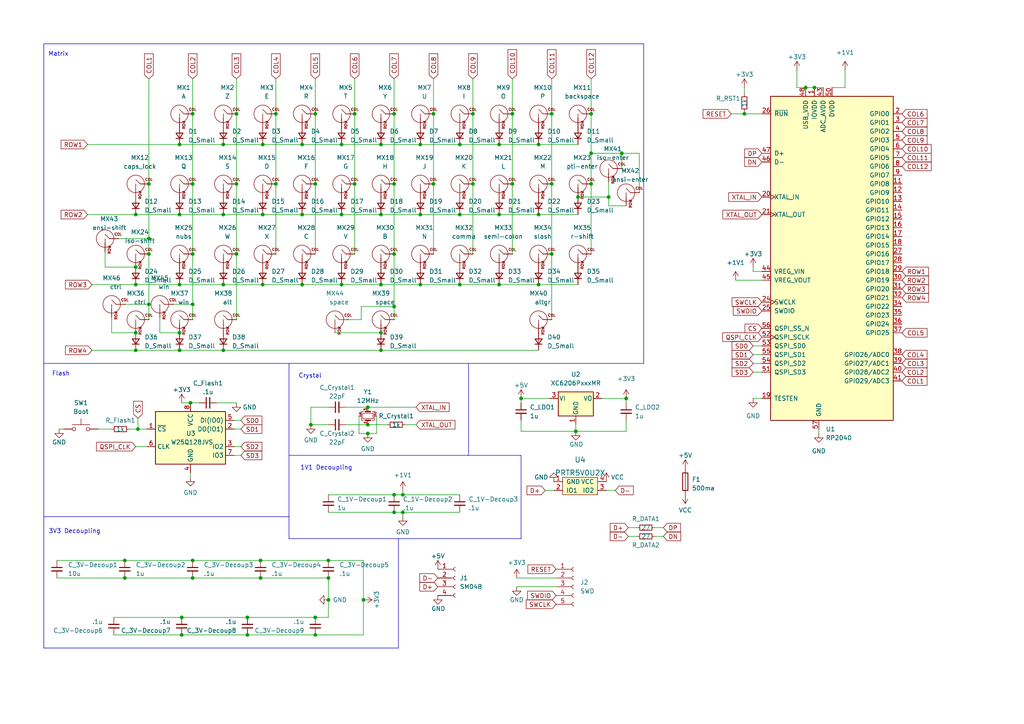
<source format=kicad_sch>
(kicad_sch (version 20230121) (generator eeschema)
  (paper "A4")
  (junction (at 171.45 53.34))
  (junction (at 167.64 57.15))
  (junction (at 55.88 33.02))
  (junction (at 75.565 167.64))
  (junction (at 43.18 69.215))
  (junction (at 114.3 148.59))
  (junction (at 55.88 162.56))
  (junction (at 68.58 53.34))
  (junction (at 39.37 96.52))
  (junction (at 80.01 33.02))
  (junction (at 106.68 125.73))
  (junction (at 52.07 62.23))
  (junction (at 160.02 73.66))
  (junction (at 91.44 33.02))
  (junction (at 99.06 41.91))
  (junction (at 110.49 101.6))
  (junction (at 91.44 179.07))
  (junction (at 171.45 44.45))
  (junction (at 52.705 184.15))
  (junction (at 39.37 62.23))
  (junction (at 110.49 96.52))
  (junction (at 87.63 82.55))
  (junction (at 233.68 25.4))
  (junction (at 121.92 82.55))
  (junction (at 156.21 41.91))
  (junction (at 148.59 33.02))
  (junction (at 40.005 124.46))
  (junction (at 133.35 62.23))
  (junction (at 80.01 53.34))
  (junction (at 116.84 143.51))
  (junction (at 110.49 41.91))
  (junction (at 95.25 162.56))
  (junction (at 121.92 41.91))
  (junction (at 52.705 179.07))
  (junction (at 52.07 101.6))
  (junction (at 156.21 82.55))
  (junction (at 180.34 44.45))
  (junction (at 52.07 41.91))
  (junction (at 64.77 62.23))
  (junction (at 176.53 57.15))
  (junction (at 114.3 53.34))
  (junction (at 95.25 167.64))
  (junction (at 102.87 53.34))
  (junction (at 68.58 73.66))
  (junction (at 55.245 116.84))
  (junction (at 114.3 33.02))
  (junction (at 64.77 101.6))
  (junction (at 167.005 125.095))
  (junction (at 87.63 62.23))
  (junction (at 236.22 25.4))
  (junction (at 71.755 184.15))
  (junction (at 106.68 118.11))
  (junction (at 36.195 167.64))
  (junction (at 91.44 53.34))
  (junction (at 114.3 73.66))
  (junction (at 39.37 101.6))
  (junction (at 55.88 167.64))
  (junction (at 76.2 41.91))
  (junction (at 215.9 33.02))
  (junction (at 55.88 53.34))
  (junction (at 133.35 82.55))
  (junction (at 156.21 62.23))
  (junction (at 110.49 62.23))
  (junction (at 43.18 73.66))
  (junction (at 99.06 62.23))
  (junction (at 144.78 82.55))
  (junction (at 87.63 41.91))
  (junction (at 55.88 88.265))
  (junction (at 121.92 62.23))
  (junction (at 68.58 33.02))
  (junction (at 171.45 33.02))
  (junction (at 39.37 82.55))
  (junction (at 52.07 82.55))
  (junction (at 105.41 173.99))
  (junction (at 125.73 53.34))
  (junction (at 114.3 143.51))
  (junction (at 43.18 53.34))
  (junction (at 137.16 53.34))
  (junction (at 116.84 148.59))
  (junction (at 114.3 88.9))
  (junction (at 43.18 88.265))
  (junction (at 181.61 115.57))
  (junction (at 106.68 123.19))
  (junction (at 99.06 82.55))
  (junction (at 64.77 41.91))
  (junction (at 71.755 179.07))
  (junction (at 148.59 53.34))
  (junction (at 133.35 41.91))
  (junction (at 64.77 82.55))
  (junction (at 39.37 77.47))
  (junction (at 160.02 33.02))
  (junction (at 75.565 162.56))
  (junction (at 90.17 123.19))
  (junction (at 36.195 162.56))
  (junction (at 95.25 173.99))
  (junction (at 137.16 33.02))
  (junction (at 91.44 184.15))
  (junction (at 151.13 115.57))
  (junction (at 102.87 33.02))
  (junction (at 125.73 33.02))
  (junction (at 110.49 82.55))
  (junction (at 52.07 96.52))
  (junction (at 76.2 82.55))
  (junction (at 55.88 73.66))
  (junction (at 144.78 62.23))
  (junction (at 76.2 62.23))
  (junction (at 160.02 53.34))
  (junction (at 144.78 41.91))
  (wire (pts (xy 28.575 124.46) (xy 32.385 124.46)))
  (wire (pts (xy 176.53 57.15) (xy 176.53 52.705)))
  (wire (pts (xy 91.44 22.86) (xy 91.44 33.02)))
  (wire (pts (xy 80.01 22.86) (xy 80.01 33.02)))
  (wire (pts (xy 76.2 62.23) (xy 87.63 62.23)))
  (wire (pts (xy 55.245 116.84) (xy 57.785 116.84)))
  (wire (pts (xy 43.18 69.215) (xy 43.18 73.66)))
  (wire (pts (xy 36.195 88.265) (xy 43.18 88.265)))
  (wire (pts (xy 114.3 143.51) (xy 116.84 143.51)))
  (wire (pts (xy 39.37 82.55) (xy 52.07 82.55)))
  (wire (pts (xy 36.195 167.64) (xy 55.88 167.64)))
  (wire (pts (xy 55.88 33.02) (xy 55.88 53.34)))
  (wire (pts (xy 91.44 33.02) (xy 91.44 53.34)))
  (wire (pts (xy 67.945 129.54) (xy 69.85 129.54)))
  (wire (pts (xy 64.77 82.55) (xy 76.2 82.55)))
  (wire (pts (xy 231.14 20.32) (xy 231.14 25.4)))
  (polyline (pts (xy 12.7 149.86) (xy 12.7 187.96)))
  (wire (pts (xy 100.965 92.71) (xy 104.775 92.71)))
  (wire (pts (xy 116.84 142.24) (xy 116.84 143.51)))
  (wire (pts (xy 189.865 155.575) (xy 192.405 155.575)))
  (wire (pts (xy 167.005 125.095) (xy 181.61 125.095)))
  (wire (pts (xy 39.37 129.54) (xy 42.545 129.54)))
  (polyline (pts (xy 115.57 187.96) (xy 115.57 156.21)))
  (wire (pts (xy 68.58 73.66) (xy 68.58 92.71)))
  (wire (pts (xy 167.64 57.15) (xy 176.53 57.15)))
  (wire (pts (xy 64.77 62.23) (xy 76.2 62.23)))
  (wire (pts (xy 25.4 41.91) (xy 52.07 41.91)))
  (wire (pts (xy 99.06 41.91) (xy 110.49 41.91)))
  (wire (pts (xy 43.18 22.86) (xy 43.18 53.34)))
  (wire (pts (xy 52.705 179.07) (xy 33.02 179.07)))
  (wire (pts (xy 176.53 59.69) (xy 176.53 57.15)))
  (wire (pts (xy 76.2 82.55) (xy 87.63 82.55)))
  (wire (pts (xy 104.775 92.71) (xy 104.775 88.9)))
  (wire (pts (xy 39.37 101.6) (xy 52.07 101.6)))
  (wire (pts (xy 149.86 167.64) (xy 161.29 167.64)))
  (wire (pts (xy 46.355 96.52) (xy 52.07 96.52)))
  (wire (pts (xy 185.42 44.45) (xy 180.34 44.45)))
  (wire (pts (xy 95.25 148.59) (xy 114.3 148.59)))
  (wire (pts (xy 40.005 124.46) (xy 42.545 124.46)))
  (wire (pts (xy 215.9 25.4) (xy 215.9 27.305)))
  (wire (pts (xy 160.02 73.66) (xy 160.02 92.71)))
  (wire (pts (xy 55.88 88.265) (xy 55.88 92.71)))
  (wire (pts (xy 148.59 33.02) (xy 148.59 53.34)))
  (wire (pts (xy 95.25 143.51) (xy 114.3 143.51)))
  (wire (pts (xy 151.13 115.57) (xy 159.385 115.57)))
  (wire (pts (xy 50.165 88.265) (xy 55.88 88.265)))
  (polyline (pts (xy 186.69 12.7) (xy 12.7 12.7)))
  (wire (pts (xy 100.33 118.11) (xy 106.68 118.11)))
  (wire (pts (xy 233.68 25.4) (xy 236.22 25.4)))
  (wire (pts (xy 46.355 92.075) (xy 46.355 96.52)))
  (wire (pts (xy 104.14 120.65) (xy 104.14 125.73)))
  (wire (pts (xy 189.865 153.035) (xy 192.405 153.035)))
  (wire (pts (xy 218.44 78.74) (xy 218.44 77.47)))
  (wire (pts (xy 151.13 115.57) (xy 151.13 116.84)))
  (wire (pts (xy 52.07 82.55) (xy 64.77 82.55)))
  (wire (pts (xy 110.49 62.23) (xy 121.92 62.23)))
  (wire (pts (xy 110.49 101.6) (xy 156.21 101.6)))
  (wire (pts (xy 55.88 73.66) (xy 55.88 88.265)))
  (wire (pts (xy 32.385 92.075) (xy 32.385 96.52)))
  (wire (pts (xy 97.155 96.52) (xy 110.49 96.52)))
  (polyline (pts (xy 12.7 105.41) (xy 186.69 105.41)))
  (wire (pts (xy 34.29 69.215) (xy 43.18 69.215)))
  (wire (pts (xy 241.3 25.4) (xy 245.11 25.4)))
  (wire (pts (xy 52.705 116.84) (xy 55.245 116.84)))
  (wire (pts (xy 68.58 53.34) (xy 68.58 73.66)))
  (wire (pts (xy 148.59 53.34) (xy 148.59 73.66)))
  (wire (pts (xy 181.61 115.57) (xy 181.61 116.84)))
  (wire (pts (xy 109.22 125.73) (xy 106.68 125.73)))
  (wire (pts (xy 99.06 62.23) (xy 110.49 62.23)))
  (wire (pts (xy 76.2 41.91) (xy 87.63 41.91)))
  (wire (pts (xy 67.945 132.08) (xy 69.85 132.08)))
  (wire (pts (xy 121.92 82.55) (xy 133.35 82.55)))
  (wire (pts (xy 215.9 33.02) (xy 220.98 33.02)))
  (wire (pts (xy 148.59 22.86) (xy 148.59 33.02)))
  (wire (pts (xy 80.01 33.02) (xy 80.01 53.34)))
  (wire (pts (xy 52.07 62.23) (xy 64.77 62.23)))
  (wire (pts (xy 104.775 88.9) (xy 114.3 88.9)))
  (wire (pts (xy 91.44 179.07) (xy 95.25 179.07)))
  (wire (pts (xy 218.44 100.33) (xy 220.98 100.33)))
  (wire (pts (xy 125.73 22.86) (xy 125.73 33.02)))
  (wire (pts (xy 99.06 82.55) (xy 110.49 82.55)))
  (wire (pts (xy 43.18 53.34) (xy 43.18 69.215)))
  (wire (pts (xy 133.35 82.55) (xy 144.78 82.55)))
  (wire (pts (xy 55.88 167.64) (xy 75.565 167.64)))
  (polyline (pts (xy 135.89 132.08) (xy 135.89 105.41)))
  (wire (pts (xy 151.13 125.095) (xy 167.005 125.095)))
  (wire (pts (xy 110.49 41.91) (xy 121.92 41.91)))
  (wire (pts (xy 137.16 33.02) (xy 137.16 53.34)))
  (wire (pts (xy 160.02 33.02) (xy 160.02 53.34)))
  (wire (pts (xy 171.45 44.45) (xy 171.45 53.34)))
  (wire (pts (xy 55.88 162.56) (xy 75.565 162.56)))
  (wire (pts (xy 87.63 41.91) (xy 99.06 41.91)))
  (wire (pts (xy 149.86 170.18) (xy 161.29 170.18)))
  (wire (pts (xy 174.625 115.57) (xy 181.61 115.57)))
  (wire (pts (xy 156.21 82.55) (xy 167.64 82.55)))
  (wire (pts (xy 181.61 59.69) (xy 176.53 59.69)))
  (wire (pts (xy 137.16 53.34) (xy 137.16 73.66)))
  (wire (pts (xy 26.67 101.6) (xy 39.37 101.6)))
  (wire (pts (xy 52.07 101.6) (xy 64.77 101.6)))
  (wire (pts (xy 52.705 184.15) (xy 33.02 184.15)))
  (wire (pts (xy 67.945 124.46) (xy 69.85 124.46)))
  (wire (pts (xy 100.33 123.19) (xy 106.68 123.19)))
  (wire (pts (xy 91.44 53.34) (xy 91.44 73.66)))
  (wire (pts (xy 43.18 88.265) (xy 43.18 92.71)))
  (wire (pts (xy 105.41 173.99) (xy 105.41 184.15)))
  (wire (pts (xy 105.41 184.15) (xy 91.44 184.15)))
  (wire (pts (xy 109.22 120.65) (xy 109.22 125.73)))
  (wire (pts (xy 87.63 82.55) (xy 99.06 82.55)))
  (polyline (pts (xy 83.82 156.21) (xy 151.13 156.21)))
  (polyline (pts (xy 12.7 105.41) (xy 12.7 149.86)))
  (wire (pts (xy 64.77 41.91) (xy 76.2 41.91)))
  (wire (pts (xy 106.68 123.19) (xy 112.395 123.19)))
  (wire (pts (xy 67.945 121.92) (xy 69.85 121.92)))
  (wire (pts (xy 68.58 33.02) (xy 68.58 53.34)))
  (wire (pts (xy 156.21 62.23) (xy 167.64 62.23)))
  (wire (pts (xy 16.51 167.64) (xy 36.195 167.64)))
  (wire (pts (xy 104.14 125.73) (xy 106.68 125.73)))
  (wire (pts (xy 218.44 105.41) (xy 220.98 105.41)))
  (polyline (pts (xy 12.7 12.7) (xy 12.7 105.41)))
  (wire (pts (xy 114.3 22.86) (xy 114.3 33.02)))
  (wire (pts (xy 116.84 148.59) (xy 116.84 149.86)))
  (wire (pts (xy 175.895 142.24) (xy 178.435 142.24)))
  (wire (pts (xy 171.45 53.34) (xy 171.45 73.66)))
  (wire (pts (xy 213.36 81.28) (xy 220.98 81.28)))
  (wire (pts (xy 39.37 62.23) (xy 52.07 62.23)))
  (wire (pts (xy 106.68 118.11) (xy 120.65 118.11)))
  (polyline (pts (xy 83.82 149.86) (xy 83.82 156.21)))
  (wire (pts (xy 117.475 123.19) (xy 120.65 123.19)))
  (wire (pts (xy 37.465 124.46) (xy 40.005 124.46)))
  (wire (pts (xy 102.87 53.34) (xy 102.87 73.66)))
  (wire (pts (xy 144.78 82.55) (xy 156.21 82.55)))
  (wire (pts (xy 167.005 123.19) (xy 167.005 125.095)))
  (wire (pts (xy 91.44 179.07) (xy 71.755 179.07)))
  (wire (pts (xy 114.3 53.34) (xy 114.3 73.66)))
  (wire (pts (xy 40.005 121.285) (xy 40.005 124.46)))
  (wire (pts (xy 245.11 25.4) (xy 245.11 20.32)))
  (wire (pts (xy 116.84 143.51) (xy 133.35 143.51)))
  (wire (pts (xy 71.755 179.07) (xy 52.705 179.07)))
  (wire (pts (xy 26.67 82.55) (xy 39.37 82.55)))
  (wire (pts (xy 110.49 82.55) (xy 121.92 82.55)))
  (wire (pts (xy 156.21 41.91) (xy 167.64 41.91)))
  (wire (pts (xy 180.34 48.895) (xy 180.34 44.45)))
  (wire (pts (xy 114.3 33.02) (xy 114.3 53.34)))
  (wire (pts (xy 231.14 25.4) (xy 233.68 25.4)))
  (wire (pts (xy 114.3 88.9) (xy 114.3 92.71)))
  (wire (pts (xy 158.115 142.24) (xy 160.655 142.24)))
  (polyline (pts (xy 83.82 132.08) (xy 135.89 132.08)))
  (wire (pts (xy 185.42 55.88) (xy 185.42 44.45)))
  (wire (pts (xy 133.35 62.23) (xy 144.78 62.23)))
  (wire (pts (xy 171.45 33.02) (xy 171.45 44.45)))
  (wire (pts (xy 151.13 121.92) (xy 151.13 125.095)))
  (wire (pts (xy 90.17 123.19) (xy 90.17 118.11)))
  (wire (pts (xy 218.44 102.87) (xy 220.98 102.87)))
  (wire (pts (xy 125.73 33.02) (xy 125.73 53.34)))
  (wire (pts (xy 55.245 137.16) (xy 55.245 138.43)))
  (wire (pts (xy 180.34 44.45) (xy 171.45 44.45)))
  (wire (pts (xy 36.195 162.56) (xy 55.88 162.56)))
  (wire (pts (xy 55.88 53.34) (xy 55.88 73.66)))
  (polyline (pts (xy 83.82 149.86) (xy 83.82 105.41)))
  (wire (pts (xy 160.02 22.86) (xy 160.02 33.02)))
  (wire (pts (xy 105.41 162.56) (xy 105.41 173.99)))
  (wire (pts (xy 32.385 96.52) (xy 39.37 96.52)))
  (wire (pts (xy 218.44 107.95) (xy 220.98 107.95)))
  (wire (pts (xy 218.44 115.57) (xy 220.98 115.57)))
  (wire (pts (xy 30.48 73.025) (xy 30.48 77.47)))
  (wire (pts (xy 75.565 162.56) (xy 95.25 162.56)))
  (wire (pts (xy 144.78 41.91) (xy 156.21 41.91)))
  (polyline (pts (xy 12.7 149.86) (xy 83.82 149.86)))
  (wire (pts (xy 114.3 73.66) (xy 114.3 88.9)))
  (polyline (pts (xy 186.69 105.41) (xy 186.69 12.7)))
  (wire (pts (xy 102.87 22.86) (xy 102.87 33.02)))
  (wire (pts (xy 30.48 77.47) (xy 39.37 77.47)))
  (wire (pts (xy 212.09 33.02) (xy 215.9 33.02)))
  (wire (pts (xy 25.4 62.23) (xy 39.37 62.23)))
  (wire (pts (xy 95.25 173.99) (xy 95.25 167.64)))
  (wire (pts (xy 114.3 148.59) (xy 116.84 148.59)))
  (polyline (pts (xy 12.7 187.96) (xy 115.57 187.96)))
  (wire (pts (xy 171.45 22.86) (xy 171.45 33.02)))
  (wire (pts (xy 116.84 148.59) (xy 133.35 148.59)))
  (wire (pts (xy 55.88 22.86) (xy 55.88 33.02)))
  (wire (pts (xy 144.78 62.23) (xy 156.21 62.23)))
  (wire (pts (xy 182.245 153.035) (xy 184.785 153.035)))
  (wire (pts (xy 68.58 22.86) (xy 68.58 33.02)))
  (wire (pts (xy 237.49 125.73) (xy 237.49 124.46)))
  (wire (pts (xy 121.92 41.91) (xy 133.35 41.91)))
  (wire (pts (xy 17.145 124.46) (xy 18.415 124.46)))
  (wire (pts (xy 62.865 116.84) (xy 68.58 116.84)))
  (wire (pts (xy 137.16 22.86) (xy 137.16 33.02)))
  (wire (pts (xy 90.17 123.19) (xy 95.25 123.19)))
  (wire (pts (xy 16.51 162.56) (xy 36.195 162.56)))
  (wire (pts (xy 64.77 101.6) (xy 110.49 101.6)))
  (wire (pts (xy 75.565 167.64) (xy 95.25 167.64)))
  (wire (pts (xy 95.25 162.56) (xy 105.41 162.56)))
  (wire (pts (xy 121.92 62.23) (xy 133.35 62.23)))
  (wire (pts (xy 182.245 155.575) (xy 184.785 155.575)))
  (polyline (pts (xy 151.13 132.08) (xy 135.89 132.08)))
  (wire (pts (xy 80.01 53.34) (xy 80.01 73.66)))
  (wire (pts (xy 95.25 179.07) (xy 95.25 173.99)))
  (wire (pts (xy 220.98 78.74) (xy 218.44 78.74)))
  (wire (pts (xy 236.22 25.4) (xy 238.76 25.4)))
  (wire (pts (xy 160.02 53.34) (xy 160.02 73.66)))
  (wire (pts (xy 133.35 41.91) (xy 144.78 41.91)))
  (wire (pts (xy 102.87 33.02) (xy 102.87 53.34)))
  (polyline (pts (xy 151.13 156.21) (xy 151.13 132.08)))
  (wire (pts (xy 90.17 118.11) (xy 95.25 118.11)))
  (wire (pts (xy 71.755 184.15) (xy 52.705 184.15)))
  (wire (pts (xy 43.18 73.66) (xy 43.18 88.265)))
  (wire (pts (xy 91.44 184.15) (xy 71.755 184.15)))
  (wire (pts (xy 87.63 62.23) (xy 99.06 62.23)))
  (wire (pts (xy 52.07 41.91) (xy 64.77 41.91)))
  (wire (pts (xy 215.9 32.385) (xy 215.9 33.02)))
  (wire (pts (xy 125.73 53.34) (xy 125.73 73.66)))
  (wire (pts (xy 181.61 125.095) (xy 181.61 121.92)))
  (text "Flash\n" (at 20.32 109.22 0) (effects (font (size 1.27 1.27)) (justify right bottom)))
  (text "1V1 Decoupling" (at 102.235 136.525 0) (effects (font (size 1.27 1.27)) (justify right bottom)))
  (text "Crystal\n" (at 93.345 109.855 0) (effects (font (size 1.27 1.27)) (justify right bottom)))
  (text "Matrix\n" (at 13.97 16.51 0) (effects (font (size 1.27 1.27)) (justify left bottom)))
  (text "3V3 Decoupling" (at 29.21 154.94 0) (effects (font (size 1.27 1.27)) (justify right bottom)))
  (global_label "COL3" (shape input) (at 68.58 22.86 90) (property "Intersheetrefs" "${INTERSHEET_REFS}" (effects hide)))
  (global_label "D+" (shape input) (at 182.245 153.035 180) (property "Intersheetrefs" "${INTERSHEET_REFS}" (effects hide)))
  (global_label "SD2" (shape input) (at 218.44 105.41 180) (property "Intersheetrefs" "${INTERSHEET_REFS}" (effects hide)))
  (global_label "COL5" (shape input) (at 261.62 96.52 0) (property "Intersheetrefs" "${INTERSHEET_REFS}" (effects hide)))
  (global_label "SWCLK" (shape input) (at 220.98 87.63 180) (property "Intersheetrefs" "${INTERSHEET_REFS}" (effects hide)))
  (global_label "SWCLK" (shape input) (at 161.29 175.26 180) (property "Intersheetrefs" "${INTERSHEET_REFS}" (effects hide)))
  (global_label "DP" (shape input) (at 220.98 44.45 180) (property "Intersheetrefs" "${INTERSHEET_REFS}" (effects hide)))
  (global_label "COL10" (shape input) (at 148.59 22.86 90) (property "Intersheetrefs" "${INTERSHEET_REFS}" (effects hide)))
  (global_label "COL2" (shape input) (at 261.62 107.95 0) (property "Intersheetrefs" "${INTERSHEET_REFS}" (effects hide)))
  (global_label "XTAL_OUT" (shape input) (at 220.98 62.23 180) (property "Intersheetrefs" "${INTERSHEET_REFS}" (effects hide)))
  (global_label "COL4" (shape input) (at 261.62 102.87 0) (property "Intersheetrefs" "${INTERSHEET_REFS}" (effects hide)))
  (global_label "ROW1" (shape input) (at 25.4 41.91 180) (property "Intersheetrefs" "${INTERSHEET_REFS}" (effects hide)))
  (global_label "D+" (shape input) (at 127 170.18 180) (property "Intersheetrefs" "${INTERSHEET_REFS}" (effects hide)))
  (global_label "D-" (shape input) (at 127 167.64 180) (property "Intersheetrefs" "${INTERSHEET_REFS}" (effects hide)))
  (global_label "COL9" (shape input) (at 137.16 22.86 90) (property "Intersheetrefs" "${INTERSHEET_REFS}" (effects hide)))
  (global_label "SD1" (shape input) (at 218.44 102.87 180) (property "Intersheetrefs" "${INTERSHEET_REFS}" (effects hide)))
  (global_label "ROW3" (shape input) (at 261.62 83.82 0) (property "Intersheetrefs" "${INTERSHEET_REFS}" (effects hide)))
  (global_label "COL12" (shape input) (at 261.62 48.26 0) (property "Intersheetrefs" "${INTERSHEET_REFS}" (effects hide)))
  (global_label "SD0" (shape input) (at 69.85 121.92 0) (property "Intersheetrefs" "${INTERSHEET_REFS}" (effects hide)))
  (global_label "COL7" (shape input) (at 261.62 35.56 0) (property "Intersheetrefs" "${INTERSHEET_REFS}" (effects hide)))
  (global_label "D+" (shape input) (at 158.115 142.24 180) (property "Intersheetrefs" "${INTERSHEET_REFS}" (effects hide)))
  (global_label "DN" (shape input) (at 220.98 46.99 180) (property "Intersheetrefs" "${INTERSHEET_REFS}" (effects hide)))
  (global_label "SD2" (shape input) (at 69.85 129.54 0) (property "Intersheetrefs" "${INTERSHEET_REFS}" (effects hide)))
  (global_label "COL4" (shape input) (at 80.01 22.86 90) (property "Intersheetrefs" "${INTERSHEET_REFS}" (effects hide)))
  (global_label "RESET" (shape input) (at 212.09 33.02 180) (property "Intersheetrefs" "${INTERSHEET_REFS}" (effects hide)))
  (global_label "COL11" (shape input) (at 261.62 45.72 0) (property "Intersheetrefs" "${INTERSHEET_REFS}" (effects hide)))
  (global_label "ROW2" (shape input) (at 25.4 62.23 180) (property "Intersheetrefs" "${INTERSHEET_REFS}" (effects hide)))
  (global_label "SD0" (shape input) (at 218.44 100.33 180) (property "Intersheetrefs" "${INTERSHEET_REFS}" (effects hide)))
  (global_label "COL2" (shape input) (at 55.88 22.86 90) (property "Intersheetrefs" "${INTERSHEET_REFS}" (effects hide)))
  (global_label "COL10" (shape input) (at 261.62 43.18 0) (property "Intersheetrefs" "${INTERSHEET_REFS}" (effects hide)))
  (global_label "COL1" (shape input) (at 261.62 110.49 0) (property "Intersheetrefs" "${INTERSHEET_REFS}" (effects hide)))
  (global_label "COL9" (shape input) (at 261.62 40.64 0) (property "Intersheetrefs" "${INTERSHEET_REFS}" (effects hide)))
  (global_label "COL7" (shape input) (at 114.3 22.86 90) (property "Intersheetrefs" "${INTERSHEET_REFS}" (effects hide)))
  (global_label "SWDIO" (shape input) (at 161.29 172.72 180) (property "Intersheetrefs" "${INTERSHEET_REFS}" (effects hide)))
  (global_label "COL11" (shape input) (at 160.02 22.86 90) (property "Intersheetrefs" "${INTERSHEET_REFS}" (effects hide)))
  (global_label "QSPI_CLK" (shape input) (at 220.98 97.79 180) (property "Intersheetrefs" "${INTERSHEET_REFS}" (effects hide)))
  (global_label "COL12" (shape input) (at 171.45 22.86 90) (property "Intersheetrefs" "${INTERSHEET_REFS}" (effects hide)))
  (global_label "ROW1" (shape input) (at 261.62 78.74 0) (property "Intersheetrefs" "${INTERSHEET_REFS}" (effects hide)))
  (global_label "COL8" (shape input) (at 261.62 38.1 0) (property "Intersheetrefs" "${INTERSHEET_REFS}" (effects hide)))
  (global_label "COL8" (shape input) (at 125.73 22.86 90) (property "Intersheetrefs" "${INTERSHEET_REFS}" (effects hide)))
  (global_label "ROW2" (shape input) (at 261.62 81.28 0) (property "Intersheetrefs" "${INTERSHEET_REFS}" (effects hide)))
  (global_label "SWDIO" (shape input) (at 220.98 90.17 180) (property "Intersheetrefs" "${INTERSHEET_REFS}" (effects hide)))
  (global_label "DP" (shape input) (at 192.405 153.035 0) (property "Intersheetrefs" "${INTERSHEET_REFS}" (effects hide)))
  (global_label "XTAL_OUT" (shape input) (at 120.65 123.19 0) (property "Intersheetrefs" "${INTERSHEET_REFS}" (effects hide)))
  (global_label "ROW4" (shape input) (at 26.67 101.6 180) (property "Intersheetrefs" "${INTERSHEET_REFS}" (effects hide)))
  (global_label "SD3" (shape input) (at 218.44 107.95 180) (property "Intersheetrefs" "${INTERSHEET_REFS}" (effects hide)))
  (global_label "COL6" (shape input) (at 102.87 22.86 90) (property "Intersheetrefs" "${INTERSHEET_REFS}" (effects hide)))
  (global_label "D-" (shape input) (at 178.435 142.24 0) (property "Intersheetrefs" "${INTERSHEET_REFS}" (effects hide)))
  (global_label "ROW4" (shape input) (at 261.62 86.36 0) (property "Intersheetrefs" "${INTERSHEET_REFS}" (effects hide)))
  (global_label "XTAL_IN" (shape input) (at 220.98 57.15 180) (property "Intersheetrefs" "${INTERSHEET_REFS}" (effects hide)))
  (global_label "COL1" (shape input) (at 43.18 22.86 90) (property "Intersheetrefs" "${INTERSHEET_REFS}" (effects hide)))
  (global_label "COL6" (shape input) (at 261.62 33.02 0) (property "Intersheetrefs" "${INTERSHEET_REFS}" (effects hide)))
  (global_label "CS" (shape input) (at 220.98 95.25 180) (property "Intersheetrefs" "${INTERSHEET_REFS}" (effects hide)))
  (global_label "ROW3" (shape input) (at 26.67 82.55 180) (property "Intersheetrefs" "${INTERSHEET_REFS}" (effects hide)))
  (global_label "RESET" (shape input) (at 161.29 165.1 180) (property "Intersheetrefs" "${INTERSHEET_REFS}" (effects hide)))
  (global_label "D-" (shape input) (at 182.245 155.575 180) (property "Intersheetrefs" "${INTERSHEET_REFS}" (effects hide)))
  (global_label "SD1" (shape input) (at 69.85 124.46 0) (property "Intersheetrefs" "${INTERSHEET_REFS}" (effects hide)))
  (global_label "QSPI_CLK" (shape input) (at 39.37 129.54 180) (property "Intersheetrefs" "${INTERSHEET_REFS}" (effects hide)))
  (global_label "CS" (shape input) (at 40.005 121.285 90) (property "Intersheetrefs" "${INTERSHEET_REFS}" (effects hide)))
  (global_label "COL3" (shape input) (at 261.62 105.41 0) (property "Intersheetrefs" "${INTERSHEET_REFS}" (effects hide)))
  (global_label "DN" (shape input) (at 192.405 155.575 0) (property "Intersheetrefs" "${INTERSHEET_REFS}" (effects hide)))
  (global_label "SD3" (shape input) (at 69.85 132.08 0) (property "Intersheetrefs" "${INTERSHEET_REFS}" (effects hide)))
  (global_label "COL5" (shape input) (at 91.44 22.86 90) (property "Intersheetrefs" "${INTERSHEET_REFS}" (effects hide)))
  (global_label "XTAL_IN" (shape input) (at 120.65 118.11 0) (property "Intersheetrefs" "${INTERSHEET_REFS}" (effects hide)))
  (symbol (lib_id "power:+5V") (at 127 165.1 0) (unit 1)
    (property "Reference" "#PWR0118" (effects hide))
    (property "Value" "+5V" (at 127 161.29 0))
  )
  (symbol (lib_id "Device:D_Small") (at 121.92 59.69 90) (unit 1)
    (property "Reference" "D19" (at 124.46 58.4199 90) (effects (justify right)))
    (property "Value" "D_Small" (at 124.46 60.9599 90) (effects (justify right)))
    (property "Footprint" "Diode_SMD:D_SOD-123" (effects hide))
  )
  (symbol (lib_id "power:GND") (at 17.145 124.46 0) (unit 1)
    (property "Reference" "#PWR0112" (effects hide))
    (property "Value" "GND" (at 17.145 128.27 0))
  )
  (symbol (lib_id "power:+3V3") (at 105.41 173.99 270) (unit 1)
    (property "Reference" "#PWR0128" (effects hide))
    (property "Value" "+3V3" (at 109.22 173.99 0))
  )
  (symbol (lib_name "VCC_1") (lib_id "power:VCC") (at 198.755 143.51 180) (unit 1)
    (property "Reference" "#PWR04" (effects hide))
    (property "Value" "VCC" (at 198.755 147.955 0))
  )
  (symbol (lib_id "Device:C_Small") (at 60.325 116.84 90) (unit 1)
    (property "Reference" "C_Flash1" (at 60.325 111.125 90))
    (property "Value" ".1u" (at 60.325 113.665 90))
    (property "Footprint" "Capacitor_SMD:C_0402_1005Metric" (effects hide))
  )
  (symbol (lib_name "GND_1") (lib_id "power:GND") (at 218.44 115.57 0) (unit 1)
    (property "Reference" "#PWR0104" (effects hide))
    (property "Value" "GND" (at 218.44 120.65 0))
  )
  (symbol (lib_id "Device:C_Small") (at 71.755 181.61 180) (unit 1)
    (property "Reference" "C_3V-Decoup8" (at 68.58 182.8738 0) (effects (justify left)))
    (property "Value" ".1u" (at 68.58 180.3338 0) (effects (justify left)))
    (property "Footprint" "Capacitor_SMD:C_0402_1005Metric" (effects hide))
  )
  (symbol (lib_id "lckprt:key_switch") (at 110.49 33.02 0) (unit 1)
    (property "Reference" "MX6" (at 111.6931 25.4 0))
    (property "Value" "Y" (at 111.6931 27.94 0))
    (property "Footprint" "parts:mx_1u" (effects hide))
  )
  (symbol (lib_id "Memory_Flash:W25Q128JVS") (at 55.245 127 0) (unit 1)
    (property "Reference" "U3" (at 53.975 125.73 0) (effects (justify left)))
    (property "Value" "W25Q128JVS" (at 49.53 128.27 0) (effects (justify left)))
    (property "Footprint" "Package_SO:SOIC-8_5.23x5.23mm_P1.27mm" (effects hide))
    (property "Datasheet" "http://www.winbond.com/resource-files/w25q128jv_dtr%20revc%2003272018%20plus.pdf" (effects hide))
  )
  (symbol (lib_id "lckprt:key_switch") (at 167.64 33.02 0) (unit 1)
    (property "Reference" "MX11" (at 168.8431 25.4 0))
    (property "Value" "backspace" (at 168.8431 27.94 0))
    (property "Footprint" "parts:mx_15u" (effects hide))
  )
  (symbol (lib_id "Device:D_Small") (at 64.77 59.69 90) (unit 1)
    (property "Reference" "D14" (at 67.31 58.4199 90) (effects (justify right)))
    (property "Value" "D_Small" (at 67.31 60.9599 90) (effects (justify right)))
    (property "Footprint" "Diode_SMD:D_SOD-123" (effects hide))
  )
  (symbol (lib_id "lckprt:key_switch") (at 167.64 73.66 0) (unit 1)
    (property "Reference" "MX35" (at 168.8431 66.04 0))
    (property "Value" "r-shift" (at 168.8431 68.58 0))
    (property "Footprint" "parts:mx_175u" (effects hide))
  )
  (symbol (lib_name "GND_2") (lib_id "power:GND") (at 237.49 125.73 0) (unit 1)
    (property "Reference" "#PWR0103" (effects hide))
    (property "Value" "GND" (at 237.49 130.81 0))
  )
  (symbol (lib_id "Device:D_Small") (at 121.92 39.37 90) (unit 1)
    (property "Reference" "D7" (at 124.46 38.0999 90) (effects (justify right)))
    (property "Value" "D_Small" (at 124.46 40.6399 90) (effects (justify right)))
    (property "Footprint" "Diode_SMD:D_SOD-123" (effects hide))
  )
  (symbol (lib_id "power:GND") (at 95.25 173.99 270) (unit 1)
    (property "Reference" "#PWR0127" (effects hide))
    (property "Value" "GND" (at 96.52 173.9899 90) (effects (justify left)))
  )
  (symbol (lib_id "lckprt:key_switch") (at 144.78 53.34 0) (unit 1)
    (property "Reference" "MX21" (at 145.9831 45.72 0))
    (property "Value" "L" (at 145.9831 48.26 0))
    (property "Footprint" "parts:mx_1u" (effects hide))
  )
  (symbol (lib_id "Device:D_Small") (at 110.49 80.01 90) (unit 1)
    (property "Reference" "D30" (at 113.03 78.7399 90) (effects (justify right)))
    (property "Value" "D_Small" (at 113.03 81.2799 90) (effects (justify right)))
    (property "Footprint" "Diode_SMD:D_SOD-123" (effects hide))
  )
  (symbol (lib_id "Device:Crystal_GND24_Small") (at 106.68 120.65 90) (unit 1)
    (property "Reference" "Y1" (at 106.68 113.665 90))
    (property "Value" "12MHz" (at 106.68 116.205 90))
    (property "Footprint" "Crystal:Crystal_SMD_3225-4Pin_3.2x2.5mm" (effects hide))
  )
  (symbol (lib_id "lckprt:key_switch") (at 110.49 73.66 0) (unit 1)
    (property "Reference" "MX30" (at 111.6931 66.04 0))
    (property "Value" "B" (at 111.6931 68.58 0))
    (property "Footprint" "parts:mx_1u" (effects hide))
  )
  (symbol (lib_id "lckprt:key_switch") (at 52.07 33.02 0) (unit 1)
    (property "Reference" "MX1" (at 53.2731 25.4 0))
    (property "Value" "A" (at 53.2731 27.94 0))
    (property "Footprint" "parts:mx_1u" (effects hide))
  )
  (symbol (lib_id "lckprt:key_switch") (at 133.35 33.02 0) (unit 1)
    (property "Reference" "MX8" (at 134.5531 25.4 0))
    (property "Value" "I" (at 134.5531 27.94 0))
    (property "Footprint" "parts:mx_1u" (effects hide))
  )
  (symbol (lib_id "Device:Fuse") (at 198.755 139.7 0) (unit 1)
    (property "Reference" "F1" (at 200.66 139.065 0) (effects (justify left)))
    (property "Value" "500ma" (at 200.66 141.605 0) (effects (justify left)))
    (property "Footprint" "Fuse:Fuse_0805_2012Metric" (effects hide))
  )
  (symbol (lib_id "Device:D_Small") (at 52.07 99.06 90) (unit 1)
    (property "Reference" "D37" (at 54.61 97.7899 90) (effects (justify right)))
    (property "Value" "D_Small" (at 54.61 100.3299 90) (effects (justify right)))
    (property "Footprint" "Diode_SMD:D_SOD-123" (effects hide))
  )
  (symbol (lib_id "lckprt:key_switch") (at 52.07 92.71 0) (unit 1)
    (property "Reference" "MX37" (at 52.07 85.09 0))
    (property "Value" "win" (at 53.2731 87.63 0))
    (property "Footprint" "parts:mx_125u" (effects hide))
  )
  (symbol (lib_id "lckprt:key_switch") (at 99.06 33.02 0) (unit 1)
    (property "Reference" "MX5" (at 100.2631 25.4 0))
    (property "Value" "T" (at 100.2631 27.94 0))
    (property "Footprint" "parts:mx_1u" (effects hide))
  )
  (symbol (lib_id "Device:D_Small") (at 167.64 59.69 90) (unit 1)
    (property "Reference" "D23" (at 170.18 58.4199 90) (effects (justify right)))
    (property "Value" "D_Small" (at 170.18 60.9599 90) (effects (justify right)))
    (property "Footprint" "Diode_SMD:D_SOD-123" (effects hide))
  )
  (symbol (lib_id "lckprt:key_switch") (at 156.21 73.66 0) (unit 1)
    (property "Reference" "MX34" (at 157.4131 66.04 0))
    (property "Value" "slash" (at 157.4131 68.58 0))
    (property "Footprint" "parts:mx_1u" (effects hide))
  )
  (symbol (lib_id "Device:D_Small") (at 99.06 59.69 90) (unit 1)
    (property "Reference" "D17" (at 101.6 58.4199 90) (effects (justify right)))
    (property "Value" "D_Small" (at 101.6 60.9599 90) (effects (justify right)))
    (property "Footprint" "Diode_SMD:D_SOD-123" (effects hide))
  )
  (symbol (lib_id "power:GND") (at 167.005 125.095 0) (unit 1)
    (property "Reference" "#PWR0120" (effects hide))
    (property "Value" "GND" (at 165.1 128.905 0) (effects (justify left)))
  )
  (symbol (lib_id "power:+3V3") (at 149.86 167.64 0) (unit 1)
    (property "Reference" "#PWR0116" (effects hide))
    (property "Value" "+3V3" (at 149.86 163.195 0))
  )
  (symbol (lib_id "power:+1V1") (at 213.36 81.28 0) (unit 1)
    (property "Reference" "#PWR0102" (effects hide))
    (property "Value" "+1V1" (at 213.36 76.2 0))
  )
  (symbol (lib_id "lckprt:key_switch") (at 52.07 53.34 0) (unit 1)
    (property "Reference" "MX13" (at 53.2731 45.72 0))
    (property "Value" "Q" (at 53.2731 48.26 0))
    (property "Footprint" "parts:mx_1u" (effects hide))
  )
  (symbol (lib_id "power:+5V") (at 198.755 135.89 0) (unit 1)
    (property "Reference" "#PWR03" (effects hide))
    (property "Value" "+5V" (at 198.755 132.08 0))
  )
  (symbol (lib_id "Device:R_Small") (at 215.9 29.845 0) (unit 1)
    (property "Reference" "R_RST1" (at 207.645 28.575 0) (effects (justify left)))
    (property "Value" "1k" (at 215.9 31.115 90) (effects (justify left)))
    (property "Footprint" "Resistor_SMD:R_0402_1005Metric" (effects hide))
  )
  (symbol (lib_id "Device:C_Small") (at 33.02 181.61 180) (unit 1)
    (property "Reference" "C_3V-Decoup6" (at 29.845 182.8738 0) (effects (justify left)))
    (property "Value" ".1u" (at 29.845 180.3338 0) (effects (justify left)))
    (property "Footprint" "Capacitor_SMD:C_0402_1005Metric" (effects hide))
  )
  (symbol (lib_id "Device:D_Small") (at 64.77 39.37 90) (unit 1)
    (property "Reference" "D2" (at 67.31 38.0999 90) (effects (justify right)))
    (property "Value" "D_Small" (at 67.31 40.6399 90) (effects (justify right)))
    (property "Footprint" "Diode_SMD:D_SOD-123" (effects hide))
  )
  (symbol (lib_id "lckprt:key_switch") (at 133.35 73.66 0) (unit 1)
    (property "Reference" "MX32" (at 134.5531 66.04 0))
    (property "Value" "comma" (at 134.5531 68.58 0))
    (property "Footprint" "parts:mx_1u" (effects hide))
  )
  (symbol (lib_id "Device:D_Small") (at 133.35 80.01 90) (unit 1)
    (property "Reference" "D32" (at 135.89 78.7399 90) (effects (justify right)))
    (property "Value" "D_Small" (at 135.89 81.2799 90) (effects (justify right)))
    (property "Footprint" "Diode_SMD:D_SOD-123" (effects hide))
  )
  (symbol (lib_id "lckprt:key_switch") (at 76.2 33.02 0) (unit 1)
    (property "Reference" "MX3" (at 77.4031 25.4 0))
    (property "Value" "E" (at 77.4031 27.94 0))
    (property "Footprint" "parts:mx_1u" (effects hide))
  )
  (symbol (lib_id "Device:D_Small") (at 99.06 39.37 90) (unit 1)
    (property "Reference" "D5" (at 101.6 38.0999 90) (effects (justify right)))
    (property "Value" "D_Small" (at 101.6 40.6399 90) (effects (justify right)))
    (property "Footprint" "Diode_SMD:D_SOD-123" (effects hide))
  )
  (symbol (lib_id "Switch:SW_Push") (at 23.495 124.46 0) (unit 1)
    (property "Reference" "SW1" (at 23.495 116.84 0))
    (property "Value" "Boot" (at 23.495 119.38 0))
    (property "Footprint" "Connector_PinHeader_2.54mm:PinHeader_1x02_P2.54mm_Vertical" (effects hide))
  )
  (symbol (lib_id "Device:D_Small") (at 110.49 99.06 90) (unit 1)
    (property "Reference" "D39" (at 113.03 97.7899 90) (effects (justify right)))
    (property "Value" "D_Small" (at 113.03 100.3299 90) (effects (justify right)))
    (property "Footprint" "Diode_SMD:D_SOD-123" (effects hide))
  )
  (symbol (lib_id "lckprt:key_switch") (at 97.155 92.71 0) (unit 1)
    (property "Reference" "MX44" (at 97.155 85.09 0))
    (property "Value" "space" (at 98.3581 87.63 0))
    (property "Footprint" "other:MX-Solderable-8U-ReversedStabilizers" (effects hide))
  )
  (symbol (lib_id "Regulator_Linear:XC6206PxxxMR") (at 167.005 115.57 0) (unit 1)
    (property "Reference" "U2" (at 167.005 108.585 0))
    (property "Value" "XC6206PxxxMR" (at 167.005 111.125 0))
    (property "Footprint" "Package_TO_SOT_SMD:SOT-23" (effects hide))
    (property "Datasheet" "https://www.torexsemi.com/file/xc6206/XC6206.pdf" (effects hide))
  )
  (symbol (lib_id "Device:D_Small") (at 156.21 39.37 90) (unit 1)
    (property "Reference" "D10" (at 158.75 38.0999 90) (effects (justify right)))
    (property "Value" "D_Small" (at 158.75 40.6399 90) (effects (justify right)))
    (property "Footprint" "Diode_SMD:D_SOD-123" (effects hide))
  )
  (symbol (lib_id "Device:D_Small") (at 64.77 99.06 90) (unit 1)
    (property "Reference" "D38" (at 67.31 97.7899 90) (effects (justify right)))
    (property "Value" "D_Small" (at 67.31 100.3299 90) (effects (justify right)))
    (property "Footprint" "Diode_SMD:D_SOD-123" (effects hide))
  )
  (symbol (lib_id "lckprt:key_switch") (at 87.63 53.34 0) (unit 1)
    (property "Reference" "MX16" (at 88.8331 45.72 0))
    (property "Value" "F" (at 88.8331 48.26 0))
    (property "Footprint" "parts:mx_1u" (effects hide))
  )
  (symbol (lib_id "lckprt:key_switch") (at 181.61 55.88 0) (unit 1)
    (property "Reference" "MX42" (at 182.8107 49.53 0))
    (property "Value" "ansi-enter" (at 182.8107 52.07 0))
    (property "Footprint" "parts:mx_225u" (effects hide))
  )
  (symbol (lib_id "lckprt:key_switch") (at 144.78 73.66 0) (unit 1)
    (property "Reference" "MX33" (at 145.9831 66.04 0))
    (property "Value" "semi-colon" (at 145.9831 68.58 0))
    (property "Footprint" "parts:mx_1u" (effects hide))
  )
  (symbol (lib_id "lckprt:key_switch") (at 39.37 73.66 0) (unit 1)
    (property "Reference" "MX24" (at 40.5707 67.31 0))
    (property "Value" "iso-shift" (at 40.5707 69.85 0))
    (property "Footprint" "parts:mx_125u" (effects hide))
  )
  (symbol (lib_id "Device:D_Small") (at 87.63 39.37 90) (unit 1)
    (property "Reference" "D4" (at 90.17 38.0999 90) (effects (justify right)))
    (property "Value" "D_Small" (at 90.17 40.6399 90) (effects (justify right)))
    (property "Footprint" "Diode_SMD:D_SOD-123" (effects hide))
  )
  (symbol (lib_id "Device:D_Small") (at 64.77 80.01 90) (unit 1)
    (property "Reference" "D26" (at 67.31 78.7399 90) (effects (justify right)))
    (property "Value" "D_Small" (at 67.31 81.2799 90) (effects (justify right)))
    (property "Footprint" "Diode_SMD:D_SOD-123" (effects hide))
  )
  (symbol (lib_id "Device:D_Small") (at 76.2 39.37 90) (unit 1)
    (property "Reference" "D3" (at 78.74 38.0999 90) (effects (justify right)))
    (property "Value" "D_Small" (at 78.74 40.6399 90) (effects (justify right)))
    (property "Footprint" "Diode_SMD:D_SOD-123" (effects hide))
  )
  (symbol (lib_id "Device:D_Small") (at 167.64 39.37 90) (unit 1)
    (property "Reference" "D11" (at 170.18 38.0999 90) (effects (justify right)))
    (property "Value" "D_Small" (at 170.18 40.6399 90) (effects (justify right)))
    (property "Footprint" "Diode_SMD:D_SOD-123" (effects hide))
  )
  (symbol (lib_id "Device:C_Small") (at 181.61 119.38 0) (unit 1)
    (property "Reference" "C_LDO2" (at 184.15 118.1162 0) (effects (justify left)))
    (property "Value" "1u" (at 184.15 120.6562 0) (effects (justify left)))
    (property "Footprint" "Capacitor_SMD:C_0402_1005Metric" (effects hide))
  )
  (symbol (lib_id "lckprt:key_switch") (at 46.355 88.265 0) (unit 1)
    (property "Reference" "MX45" (at 46.355 80.645 0))
    (property "Value" "win" (at 47.5581 83.185 0))
    (property "Footprint" "parts:mx_1u" (effects hide))
  )
  (symbol (lib_id "lckprt:key_switch") (at 64.77 33.02 0) (unit 1)
    (property "Reference" "MX2" (at 65.9731 25.4 0))
    (property "Value" "Z" (at 65.9731 27.94 0))
    (property "Footprint" "parts:mx_1u" (effects hide))
  )
  (symbol (lib_id "Device:D_Small") (at 133.35 39.37 90) (unit 1)
    (property "Reference" "D8" (at 135.89 38.0999 90) (effects (justify right)))
    (property "Value" "D_Small" (at 135.89 40.6399 90) (effects (justify right)))
    (property "Footprint" "Diode_SMD:D_SOD-123" (effects hide))
  )
  (symbol (lib_id "power:+3V3") (at 231.14 20.32 0) (unit 1)
    (property "Reference" "#PWR0110" (effects hide))
    (property "Value" "+3V3" (at 231.14 16.51 0))
  )
  (symbol (lib_id "power:GND") (at 55.245 138.43 0) (unit 1)
    (property "Reference" "#PWR0113" (effects hide))
    (property "Value" "GND" (at 55.245 142.875 0))
  )
  (symbol (lib_id "power:+1V1") (at 116.84 142.24 0) (unit 1)
    (property "Reference" "#PWR0124" (effects hide))
    (property "Value" "+1V1" (at 116.84 137.795 0))
  )
  (symbol (lib_id "Device:D_Small") (at 87.63 80.01 90) (unit 1)
    (property "Reference" "D28" (at 90.17 78.7399 90) (effects (justify right)))
    (property "Value" "D_Small" (at 90.17 81.2799 90) (effects (justify right)))
    (property "Footprint" "Diode_SMD:D_SOD-123" (effects hide))
  )
  (symbol (lib_id "cipulot_parts:PRTR5V0U2X") (at 168.275 140.97 0) (unit 1)
    (property "Reference" "U4" (at 168.275 133.35 0) (effects (font (size 1.524 1.524))))
    (property "Value" "PRTR5V0U2X" (at 168.275 137.16 0) (effects (font (size 1.524 1.524))))
    (property "Footprint" "parts:SOT143B" (effects hide))
  )
  (symbol (lib_id "Connector:Conn_01x04_Female") (at 132.08 167.64 0) (unit 1)
    (property "Reference" "J1" (at 133.35 167.6399 0) (effects (justify left)))
    (property "Value" "SM04B" (at 133.35 170.1799 0) (effects (justify left)))
    (property "Footprint" "Connector_Molex:Molex_Pico-EZmate_78171-0004_1x04-1MP_P1.20mm_Vertical" (effects hide))
  )
  (symbol (lib_id "lckprt:key_switch") (at 87.63 33.02 0) (unit 1)
    (property "Reference" "MX4" (at 88.8331 25.4 0))
    (property "Value" "R" (at 88.8331 27.94 0))
    (property "Footprint" "parts:mx_1u" (effects hide))
  )
  (symbol (lib_id "Device:D_Small") (at 76.2 80.01 90) (unit 1)
    (property "Reference" "D27" (at 78.74 78.7399 90) (effects (justify right)))
    (property "Value" "D_Small" (at 78.74 81.2799 90) (effects (justify right)))
    (property "Footprint" "Diode_SMD:D_SOD-123" (effects hide))
  )
  (symbol (lib_id "lckprt:key_switch") (at 121.92 53.34 0) (unit 1)
    (property "Reference" "MX19" (at 123.1231 45.72 0))
    (property "Value" "J" (at 123.1231 48.26 0))
    (property "Footprint" "parts:mx_1u" (effects hide))
  )
  (symbol (lib_id "Device:C_Small") (at 52.705 181.61 180) (unit 1)
    (property "Reference" "C_3V-Decoup7" (at 49.53 182.8738 0) (effects (justify left)))
    (property "Value" ".1u" (at 49.53 180.3338 0) (effects (justify left)))
    (property "Footprint" "Capacitor_SMD:C_0402_1005Metric" (effects hide))
  )
  (symbol (lib_id "lckprt:key_switch") (at 110.49 92.71 0) (unit 1)
    (property "Reference" "MX39" (at 110.49 85.09 0))
    (property "Value" "space" (at 111.6931 87.63 0))
    (property "Footprint" "parts:mx_7u" (effects hide))
  )
  (symbol (lib_id "Device:D_Small") (at 52.07 39.37 90) (unit 1)
    (property "Reference" "D1" (at 54.61 38.0999 90) (effects (justify right)))
    (property "Value" "D_Small" (at 54.61 40.6399 90) (effects (justify right)))
    (property "Footprint" "Diode_SMD:D_SOD-123" (effects hide))
  )
  (symbol (lib_id "Device:D_Small") (at 121.92 80.01 90) (unit 1)
    (property "Reference" "D31" (at 124.46 78.7399 90) (effects (justify right)))
    (property "Value" "D_Small" (at 124.46 81.2799 90) (effects (justify right)))
    (property "Footprint" "Diode_SMD:D_SOD-123" (effects hide))
  )
  (symbol (lib_id "power:VCC") (at 175.895 139.7 0) (unit 1)
    (property "Reference" "#PWR02" (effects hide))
    (property "Value" "VCC" (at 177.165 138.43 0) (effects (justify left)))
  )
  (symbol (lib_id "Device:C_Small") (at 133.35 146.05 0) (unit 1)
    (property "Reference" "C_1V-Decoup3" (at 135.89 144.7862 0) (effects (justify left)))
    (property "Value" ".1u" (at 135.89 147.3262 0) (effects (justify left)))
    (property "Footprint" "Capacitor_SMD:C_0402_1005Metric" (effects hide))
  )
  (symbol (lib_id "cipulot_parts:RP2040") (at 241.3 76.2 0) (unit 1)
    (property "Reference" "U1" (at 239.5094 124.46 0) (effects (justify left)))
    (property "Value" "RP2040" (at 239.5094 127 0) (effects (justify left)))
    (property "Footprint" "other:RP2040-QFN-56" (effects hide))
    (property "Datasheet" "https://datasheets.raspberrypi.com/rp2040/rp2040-datasheet.pdf" (effects hide))
  )
  (symbol (lib_id "power:+1V1") (at 245.11 20.32 0) (unit 1)
    (property "Reference" "#PWR0109" (effects hide))
    (property "Value" "+1V1" (at 245.11 15.24 0))
  )
  (symbol (lib_id "lckprt:key_switch") (at 156.21 92.71 0) (unit 1)
    (property "Reference" "MX40" (at 156.21 85.09 0))
    (property "Value" "altgr" (at 157.4131 87.63 0))
    (property "Footprint" "parts:mx_1u" (effects hide))
  )
  (symbol (lib_id "Device:C_Small") (at 97.79 118.11 90) (unit 1)
    (property "Reference" "C_Crystal1" (at 97.79 112.395 90))
    (property "Value" "22pF" (at 97.79 114.935 90))
    (property "Footprint" "Capacitor_SMD:C_0402_1005Metric" (effects hide))
  )
  (symbol (lib_id "Device:R_Small") (at 187.325 155.575 90) (unit 1)
    (property "Reference" "R_DATA2" (at 187.325 158.115 90))
    (property "Value" "27" (at 187.325 155.575 90))
    (property "Footprint" "Resistor_SMD:R_0402_1005Metric" (effects hide))
  )
  (symbol (lib_id "Device:D_Small") (at 39.37 80.01 90) (unit 1)
    (property "Reference" "D24" (at 41.91 78.7399 90) (effects (justify right)))
    (property "Value" "D_Small" (at 41.91 81.2799 90) (effects (justify right)))
    (property "Footprint" "Diode_SMD:D_SOD-123" (effects hide))
  )
  (symbol (lib_id "lckprt:key_switch") (at 144.78 33.02 0) (unit 1)
    (property "Reference" "MX9" (at 145.9831 25.4 0))
    (property "Value" "O" (at 145.9831 27.94 0))
    (property "Footprint" "parts:mx_1u" (effects hide))
  )
  (symbol (lib_id "lckprt:key_switch") (at 30.48 69.215 0) (unit 1)
    (property "Reference" "MX43" (at 31.6807 63.5 0))
    (property "Value" "ansi-shift" (at 31.6807 66.04 0))
    (property "Footprint" "parts:mx_225u" (effects hide))
  )
  (symbol (lib_id "lckprt:key_switch") (at 87.63 73.66 0) (unit 1)
    (property "Reference" "MX28" (at 88.8331 66.04 0))
    (property "Value" "C" (at 88.8331 68.58 0))
    (property "Footprint" "parts:mx_1u" (effects hide))
  )
  (symbol (lib_id "Device:C_Small") (at 36.195 165.1 0) (unit 1)
    (property "Reference" "C_3V-Decoup2" (at 39.37 163.8362 0) (effects (justify left)))
    (property "Value" "1u" (at 39.37 166.3762 0) (effects (justify left)))
    (property "Footprint" "Capacitor_SMD:C_0402_1005Metric" (effects hide))
  )
  (symbol (lib_id "lckprt:key_switch") (at 167.64 53.34 0) (unit 1)
    (property "Reference" "MX23" (at 168.8431 45.72 0))
    (property "Value" "pti-enter" (at 168.8431 48.26 0))
    (property "Footprint" "parts:mx_125u" (effects hide))
  )
  (symbol (lib_id "Device:C_Small") (at 16.51 165.1 0) (unit 1)
    (property "Reference" "C_3V-Decoup1" (at 19.685 163.8362 0) (effects (justify left)))
    (property "Value" "10u" (at 19.685 166.3762 0) (effects (justify left)))
    (property "Footprint" "Capacitor_SMD:C_0402_1005Metric" (effects hide))
  )
  (symbol (lib_id "lckprt:key_switch") (at 52.07 73.66 0) (unit 1)
    (property "Reference" "MX25" (at 53.2731 66.04 0))
    (property "Value" "nubs" (at 53.2731 68.58 0))
    (property "Footprint" "parts:mx_1u" (effects hide))
  )
  (symbol (lib_id "lckprt:key_switch") (at 176.53 48.895 0) (unit 1)
    (property "Reference" "MX41" (at 177.7307 43.18 0))
    (property "Value" "iso-enter" (at 177.7307 45.72 0))
    (property "Footprint" "parts:mx_iso" (effects hide))
  )
  (symbol (lib_id "Device:D_Small") (at 144.78 59.69 90) (unit 1)
    (property "Reference" "D21" (at 147.32 58.4199 90) (effects (justify right)))
    (property "Value" "D_Small" (at 147.32 60.9599 90) (effects (justify right)))
    (property "Footprint" "Diode_SMD:D_SOD-123" (effects hide))
  )
  (symbol (lib_id "power:GND") (at 149.86 170.18 0) (unit 1)
    (property "Reference" "#PWR0117" (effects hide))
    (property "Value" "GND" (at 149.86 173.99 0))
  )
  (symbol (lib_id "Device:C_Small") (at 97.79 123.19 90) (unit 1)
    (property "Reference" "C_Crystal2" (at 97.79 125.73 90))
    (property "Value" "22pF" (at 97.79 128.27 90))
    (property "Footprint" "Capacitor_SMD:C_0402_1005Metric" (effects hide))
  )
  (symbol (lib_id "lckprt:key_switch") (at 156.21 33.02 0) (unit 1)
    (property "Reference" "MX10" (at 157.4131 25.4 0))
    (property "Value" "P" (at 157.4131 27.94 0))
    (property "Footprint" "parts:mx_1u" (effects hide))
  )
  (symbol (lib_id "Device:D_Small") (at 99.06 80.01 90) (unit 1)
    (property "Reference" "D29" (at 101.6 78.7399 90) (effects (justify right)))
    (property "Value" "D_Small" (at 101.6 81.2799 90) (effects (justify right)))
    (property "Footprint" "Diode_SMD:D_SOD-123" (effects hide))
  )
  (symbol (lib_id "lckprt:key_switch") (at 99.06 53.34 0) (unit 1)
    (property "Reference" "MX17" (at 100.2631 45.72 0))
    (property "Value" "G" (at 100.2631 48.26 0))
    (property "Footprint" "parts:mx_1u" (effects hide))
  )
  (symbol (lib_id "Device:C_Small") (at 114.3 146.05 0) (unit 1)
    (property "Reference" "C_1V-Decoup2" (at 116.84 144.7862 0) (effects (justify left)))
    (property "Value" ".1u" (at 116.84 147.3262 0) (effects (justify left)))
    (property "Footprint" "Capacitor_SMD:C_0402_1005Metric" (effects hide))
  )
  (symbol (lib_id "lckprt:key_switch") (at 121.92 33.02 0) (unit 1)
    (property "Reference" "MX7" (at 123.1231 25.4 0))
    (property "Value" "U" (at 123.1231 27.94 0))
    (property "Footprint" "parts:mx_1u" (effects hide))
  )
  (symbol (lib_id "Device:D_Small") (at 144.78 80.01 90) (unit 1)
    (property "Reference" "D33" (at 147.32 78.7399 90) (effects (justify right)))
    (property "Value" "D_Small" (at 147.32 81.2799 90) (effects (justify right)))
    (property "Footprint" "Diode_SMD:D_SOD-123" (effects hide))
  )
  (symbol (lib_id "Device:D_Small") (at 133.35 59.69 90) (unit 1)
    (property "Reference" "D20" (at 135.89 58.4199 90) (effects (justify right)))
    (property "Value" "D_Small" (at 135.89 60.9599 90) (effects (justify right)))
    (property "Footprint" "Diode_SMD:D_SOD-123" (effects hide))
  )
  (symbol (lib_id "power:GND") (at 90.17 123.19 0) (unit 1)
    (property "Reference" "#PWR0122" (effects hide))
    (property "Value" "GND" (at 90.17 127.635 0))
  )
  (symbol (lib_id "power:+5V") (at 151.13 115.57 0) (unit 1)
    (property "Reference" "#PWR0125" (effects hide))
    (property "Value" "+5V" (at 151.13 111.76 0))
  )
  (symbol (lib_id "lckprt:key_switch") (at 64.77 53.34 0) (unit 1)
    (property "Reference" "MX14" (at 65.9731 45.72 0))
    (property "Value" "S" (at 65.9731 48.26 0))
    (property "Footprint" "parts:mx_1u" (effects hide))
  )
  (symbol (lib_id "lckprt:key_switch") (at 110.49 53.34 0) (unit 1)
    (property "Reference" "MX18" (at 111.6931 45.72 0))
    (property "Value" "H" (at 111.6931 48.26 0))
    (property "Footprint" "parts:mx_1u" (effects hide))
  )
  (symbol (lib_id "Device:C_Small") (at 91.44 181.61 180) (unit 1)
    (property "Reference" "C_3V-Decoup9" (at 88.265 182.8738 0) (effects (justify left)))
    (property "Value" ".1u" (at 88.265 180.3338 0) (effects (justify left)))
    (property "Footprint" "Capacitor_SMD:C_0402_1005Metric" (effects hide))
  )
  (symbol (lib_id "lckprt:key_switch") (at 121.92 73.66 0) (unit 1)
    (property "Reference" "MX31" (at 123.1231 66.04 0))
    (property "Value" "N" (at 123.1231 68.58 0))
    (property "Footprint" "parts:mx_1u" (effects hide))
  )
  (symbol (lib_id "power:GND") (at 160.655 139.7 180) (unit 1)
    (property "Reference" "#PWR01" (effects hide))
    (property "Value" "GND" (at 154.94 138.43 0) (effects (justify right)))
  )
  (symbol (lib_id "lckprt:key_switch") (at 32.385 88.265 0) (unit 1)
    (property "Reference" "MX46" (at 32.385 80.645 0))
    (property "Value" "ctrl" (at 33.5881 83.185 0))
    (property "Footprint" "parts:mx_15u" (effects hide))
  )
  (symbol (lib_id "lckprt:key_switch") (at 64.77 92.71 0) (unit 1)
    (property "Reference" "MX38" (at 64.77 85.09 0))
    (property "Value" "alt" (at 65.9731 87.63 0))
    (property "Footprint" "parts:mx_1u" (effects hide))
  )
  (symbol (lib_id "lckprt:key_switch") (at 133.35 53.34 0) (unit 1)
    (property "Reference" "MX20" (at 134.5531 45.72 0))
    (property "Value" "K" (at 134.5531 48.26 0))
    (property "Footprint" "parts:mx_1u" (effects hide))
  )
  (symbol (lib_id "lckprt:key_switch") (at 39.37 92.71 0) (unit 1)
    (property "Reference" "MX36" (at 39.37 85.09 0))
    (property "Value" "ctrl" (at 40.5731 87.63 0))
    (property "Footprint" "parts:mx_125u" (effects hide))
  )
  (symbol (lib_id "power:+3V3") (at 52.705 116.84 0) (unit 1)
    (property "Reference" "#PWR0115" (effects hide))
    (property "Value" "+3V3" (at 52.705 113.03 0))
  )
  (symbol (lib_id "Device:D_Small") (at 167.64 80.01 90) (unit 1)
    (property "Reference" "D35" (at 170.18 78.7399 90) (effects (justify right)))
    (property "Value" "D_Small" (at 170.18 81.2799 90) (effects (justify right)))
    (property "Footprint" "Diode_SMD:D_SOD-123" (effects hide))
  )
  (symbol (lib_id "lckprt:key_switch") (at 76.2 53.34 0) (unit 1)
    (property "Reference" "MX15" (at 77.4031 45.72 0))
    (property "Value" "D" (at 77.4031 48.26 0))
    (property "Footprint" "parts:mx_1u" (effects hide))
  )
  (symbol (lib_id "Device:D_Small") (at 156.21 99.06 90) (unit 1)
    (property "Reference" "D40" (at 158.75 97.7899 90) (effects (justify right)))
    (property "Value" "D_Small" (at 158.75 100.3299 90) (effects (justify right)))
    (property "Footprint" "Diode_SMD:D_SOD-123" (effects hide))
  )
  (symbol (lib_id "Device:D_Small") (at 39.37 59.69 90) (unit 1)
    (property "Reference" "D12" (at 41.91 58.4199 90) (effects (justify right)))
    (property "Value" "D_Small" (at 41.91 60.9599 90) (effects (justify right)))
    (property "Footprint" "Diode_SMD:D_SOD-123" (effects hide))
  )
  (symbol (lib_id "Device:D_Small") (at 144.78 39.37 90) (unit 1)
    (property "Reference" "D9" (at 147.32 38.0999 90) (effects (justify right)))
    (property "Value" "D_Small" (at 147.32 40.6399 90) (effects (justify right)))
    (property "Footprint" "Diode_SMD:D_SOD-123" (effects hide))
  )
  (symbol (lib_id "lckprt:key_switch") (at 39.37 53.34 0) (unit 1)
    (property "Reference" "MX12" (at 40.5731 45.72 0))
    (property "Value" "caps_lock" (at 40.5731 48.26 0))
    (property "Footprint" "parts:mx_stepped_caps" (effects hide))
  )
  (symbol (lib_id "Device:R_Small") (at 187.325 153.035 90) (unit 1)
    (property "Reference" "R_DATA1" (at 187.325 150.495 90))
    (property "Value" "27" (at 187.325 153.035 90))
    (property "Footprint" "Resistor_SMD:R_0402_1005Metric" (effects hide))
  )
  (symbol (lib_id "Device:D_Small") (at 87.63 59.69 90) (unit 1)
    (property "Reference" "D16" (at 90.17 58.4199 90) (effects (justify right)))
    (property "Value" "D_Small" (at 90.17 60.9599 90) (effects (justify right)))
    (property "Footprint" "Diode_SMD:D_SOD-123" (effects hide))
  )
  (symbol (lib_id "Device:C_Small") (at 75.565 165.1 0) (unit 1)
    (property "Reference" "C_3V-Decoup4" (at 78.74 163.8362 0) (effects (justify left)))
    (property "Value" ".1u" (at 78.74 166.3762 0) (effects (justify left)))
    (property "Footprint" "Capacitor_SMD:C_0402_1005Metric" (effects hide))
  )
  (symbol (lib_id "Device:D_Small") (at 76.2 59.69 90) (unit 1)
    (property "Reference" "D15" (at 78.74 58.4199 90) (effects (justify right)))
    (property "Value" "D_Small" (at 78.74 60.9599 90) (effects (justify right)))
    (property "Footprint" "Diode_SMD:D_SOD-123" (effects hide))
  )
  (symbol (lib_id "power:+3V3") (at 215.9 25.4 0) (unit 1)
    (property "Reference" "#PWR0111" (effects hide))
    (property "Value" "+3V3" (at 215.9 21.59 0))
  )
  (symbol (lib_id "lckprt:key_switch") (at 64.77 73.66 0) (unit 1)
    (property "Reference" "MX26" (at 65.9731 66.04 0))
    (property "Value" "W" (at 65.9731 68.58 0))
    (property "Footprint" "parts:mx_1u" (effects hide))
  )
  (symbol (lib_id "Device:C_Small") (at 95.25 165.1 0) (unit 1)
    (property "Reference" "C_3V-Decoup5" (at 98.425 163.8362 0) (effects (justify left)))
    (property "Value" ".1u" (at 98.425 166.3762 0) (effects (justify left)))
    (property "Footprint" "Capacitor_SMD:C_0402_1005Metric" (effects hide))
  )
  (symbol (lib_id "Device:C_Small") (at 55.88 165.1 0) (unit 1)
    (property "Reference" "C_3V-Decoup3" (at 59.055 163.8362 0) (effects (justify left)))
    (property "Value" ".1u" (at 59.055 166.3762 0) (effects (justify left)))
    (property "Footprint" "Capacitor_SMD:C_0402_1005Metric" (effects hide))
  )
  (symbol (lib_id "Device:D_Small") (at 52.07 80.01 90) (unit 1)
    (property "Reference" "D25" (at 54.61 78.7399 90) (effects (justify right)))
    (property "Value" "D_Small" (at 54.61 81.2799 90) (effects (justify right)))
    (property "Footprint" "Diode_SMD:D_SOD-123" (effects hide))
  )
  (symbol (lib_id "Device:C_Small") (at 95.25 146.05 0) (unit 1)
    (property "Reference" "C_1V-Decoup1" (at 97.79 144.7862 0) (effects (justify left)))
    (property "Value" "1u" (at 97.79 147.3262 0) (effects (justify left)))
    (property "Footprint" "Capacitor_SMD:C_0402_1005Metric" (effects hide))
  )
  (symbol (lib_id "Device:D_Small") (at 110.49 39.37 90) (unit 1)
    (property "Reference" "D6" (at 113.03 38.0999 90) (effects (justify right)))
    (property "Value" "D_Small" (at 113.03 40.6399 90) (effects (justify right)))
    (property "Footprint" "Diode_SMD:D_SOD-123" (effects hide))
  )
  (symbol (lib_id "Device:D_Small") (at 39.37 99.06 90) (unit 1)
    (property "Reference" "D36" (at 41.91 97.7899 90) (effects (justify right)))
    (property "Value" "D_Small" (at 41.91 100.3299 90) (effects (justify right)))
    (property "Footprint" "Diode_SMD:D_SOD-123" (effects hide))
  )
  (symbol (lib_id "power:GND") (at 106.68 125.73 0) (unit 1)
    (property "Reference" "#PWR0123" (effects hide))
    (property "Value" "GND" (at 106.68 130.175 0))
  )
  (symbol (lib_id "Device:D_Small") (at 156.21 80.01 90) (unit 1)
    (property "Reference" "D34" (at 158.75 78.7399 90) (effects (justify right)))
    (property "Value" "D_Small" (at 158.75 81.2799 90) (effects (justify right)))
    (property "Footprint" "Diode_SMD:D_SOD-123" (effects hide))
  )
  (symbol (lib_id "power:+3V3") (at 181.61 115.57 0) (unit 1)
    (property "Reference" "#PWR0105" (effects hide))
    (property "Value" "+3V3" (at 181.61 109.855 0))
  )
  (symbol (lib_id "power:GND") (at 116.84 149.86 0) (unit 1)
    (property "Reference" "#PWR0126" (effects hide))
    (property "Value" "GND" (at 116.84 154.305 0))
  )
  (symbol (lib_id "Device:D_Small") (at 52.07 59.69 90) (unit 1)
    (property "Reference" "D13" (at 54.61 58.4199 90) (effects (justify right)))
    (property "Value" "D_Small" (at 54.61 60.9599 90) (effects (justify right)))
    (property "Footprint" "Diode_SMD:D_SOD-123" (effects hide))
  )
  (symbol (lib_id "Device:D_Small") (at 110.49 59.69 90) (unit 1)
    (property "Reference" "D18" (at 113.03 58.4199 90) (effects (justify right)))
    (property "Value" "D_Small" (at 113.03 60.9599 90) (effects (justify right)))
    (property "Footprint" "Diode_SMD:D_SOD-123" (effects hide))
  )
  (symbol (lib_id "Device:D_Small") (at 156.21 59.69 90) (unit 1)
    (property "Reference" "D22" (at 158.75 58.4199 90) (effects (justify right)))
    (property "Value" "D_Small" (at 158.75 60.9599 90) (effects (justify right)))
    (property "Footprint" "Diode_SMD:D_SOD-123" (effects hide))
  )
  (symbol (lib_id "Device:C_Small") (at 151.13 119.38 0) (unit 1)
    (property "Reference" "C_LDO1" (at 153.67 118.1162 0) (effects (justify left)))
    (property "Value" "1u" (at 153.67 120.6562 0) (effects (justify left)))
    (property "Footprint" "Capacitor_SMD:C_0402_1005Metric" (effects hide))
  )
  (symbol (lib_id "power:GND") (at 127 172.72 0) (unit 1)
    (property "Reference" "#PWR0119" (effects hide))
    (property "Value" "GND" (at 125.095 176.53 0) (effects (justify left)))
  )
  (symbol (lib_id "Device:R_Small") (at 34.925 124.46 90) (unit 1)
    (property "Reference" "R_Flash1" (at 34.925 121.92 90))
    (property "Value" "1k" (at 34.925 124.46 90))
    (property "Footprint" "Resistor_SMD:R_0402_1005Metric" (effects hide))
  )
  (symbol (lib_id "Connector:Conn_01x05_Female") (at 166.37 170.18 0) (unit 1)
    (property "Reference" "J2" (at 168.275 168.9099 0) (effects (justify left)))
    (property "Value" "SWD" (at 168.275 171.4499 0) (effects (justify left)))
    (property "Footprint" "Connector_PinHeader_2.54mm:PinHeader_1x05_P2.54mm_Vertical" (effects hide))
  )
  (symbol (lib_id "lckprt:key_switch") (at 76.2 73.66 0) (unit 1)
    (property "Reference" "MX27" (at 77.4031 66.04 0))
    (property "Value" "X" (at 77.4031 68.58 0))
    (property "Footprint" "parts:mx_1u" (effects hide))
  )
  (symbol (lib_id "power:GND") (at 68.58 116.84 0) (unit 1)
    (property "Reference" "#PWR0114" (effects hide))
    (property "Value" "GND" (at 72.39 118.11 0))
  )
  (symbol (lib_id "Device:R_Small") (at 114.935 123.19 90) (unit 1)
    (property "Reference" "R_Crystal1" (at 114.935 120.65 90))
    (property "Value" "1k" (at 114.935 123.19 90))
    (property "Footprint" "Resistor_SMD:R_0402_1005Metric" (effects hide))
  )
  (symbol (lib_id "lckprt:key_switch") (at 156.21 53.34 0) (unit 1)
    (property "Reference" "MX22" (at 157.4131 45.72 0))
    (property "Value" "M" (at 157.4131 48.26 0))
    (property "Footprint" "parts:mx_1u" (effects hide))
  )
  (symbol (lib_id "power:+3V3") (at 218.44 77.47 0) (unit 1)
    (property "Reference" "#PWR0101" (effects hide))
    (property "Value" "+3V3" (at 218.44 73.66 0))
  )
  (symbol (lib_id "lckprt:key_switch") (at 99.06 73.66 0) (unit 1)
    (property "Reference" "MX29" (at 100.2631 66.04 0))
    (property "Value" "V" (at 100.2631 68.58 0))
    (property "Footprint" "parts:mx_1u" (effects hide))
  )
)
</source>
